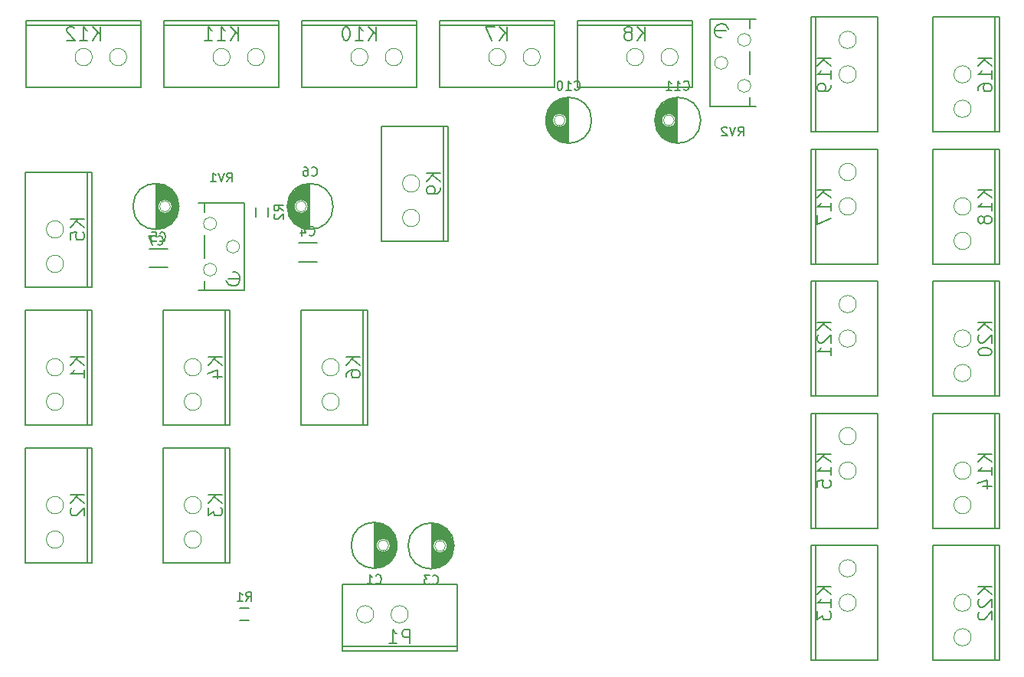
<source format=gbr>
G04 #@! TF.FileFunction,Legend,Bot*
%FSLAX46Y46*%
G04 Gerber Fmt 4.6, Leading zero omitted, Abs format (unit mm)*
G04 Created by KiCad (PCBNEW 4.0.4-stable) date Mon Oct  3 10:35:52 2016*
%MOMM*%
%LPD*%
G01*
G04 APERTURE LIST*
%ADD10C,0.100000*%
%ADD11C,0.150000*%
G04 APERTURE END LIST*
D10*
D11*
X141092500Y-117751500D02*
X141092500Y-112753500D01*
X141232500Y-117743500D02*
X141232500Y-115406500D01*
X141232500Y-115098500D02*
X141232500Y-112761500D01*
X141372500Y-117727500D02*
X141372500Y-115725500D01*
X141372500Y-114779500D02*
X141372500Y-112777500D01*
X141512500Y-117703500D02*
X141512500Y-115872500D01*
X141512500Y-114632500D02*
X141512500Y-112801500D01*
X141652500Y-117670500D02*
X141652500Y-115964500D01*
X141652500Y-114540500D02*
X141652500Y-112834500D01*
X141792500Y-117629500D02*
X141792500Y-116020500D01*
X141792500Y-114484500D02*
X141792500Y-112875500D01*
X141932500Y-117579500D02*
X141932500Y-116047500D01*
X141932500Y-114457500D02*
X141932500Y-112925500D01*
X142072500Y-117518500D02*
X142072500Y-116050500D01*
X142072500Y-114454500D02*
X142072500Y-112986500D01*
X142212500Y-117448500D02*
X142212500Y-116028500D01*
X142212500Y-114476500D02*
X142212500Y-113056500D01*
X142352500Y-117366500D02*
X142352500Y-115978500D01*
X142352500Y-114526500D02*
X142352500Y-113138500D01*
X142492500Y-117271500D02*
X142492500Y-115896500D01*
X142492500Y-114608500D02*
X142492500Y-113233500D01*
X142632500Y-117160500D02*
X142632500Y-115764500D01*
X142632500Y-114740500D02*
X142632500Y-113344500D01*
X142772500Y-117032500D02*
X142772500Y-115517500D01*
X142772500Y-114987500D02*
X142772500Y-113472500D01*
X142912500Y-116883500D02*
X142912500Y-113621500D01*
X143052500Y-116704500D02*
X143052500Y-113800500D01*
X143192500Y-116485500D02*
X143192500Y-114019500D01*
X143332500Y-116196500D02*
X143332500Y-114308500D01*
X143472500Y-115724500D02*
X143472500Y-114780500D01*
X142817500Y-115252500D02*
G75*
G03X142817500Y-115252500I-800000J0D01*
G01*
X143555000Y-115252500D02*
G75*
G03X143555000Y-115252500I-2537500J0D01*
G01*
X147379000Y-117815000D02*
X147379000Y-112817000D01*
X147519000Y-117807000D02*
X147519000Y-115470000D01*
X147519000Y-115162000D02*
X147519000Y-112825000D01*
X147659000Y-117791000D02*
X147659000Y-115789000D01*
X147659000Y-114843000D02*
X147659000Y-112841000D01*
X147799000Y-117767000D02*
X147799000Y-115936000D01*
X147799000Y-114696000D02*
X147799000Y-112865000D01*
X147939000Y-117734000D02*
X147939000Y-116028000D01*
X147939000Y-114604000D02*
X147939000Y-112898000D01*
X148079000Y-117693000D02*
X148079000Y-116084000D01*
X148079000Y-114548000D02*
X148079000Y-112939000D01*
X148219000Y-117643000D02*
X148219000Y-116111000D01*
X148219000Y-114521000D02*
X148219000Y-112989000D01*
X148359000Y-117582000D02*
X148359000Y-116114000D01*
X148359000Y-114518000D02*
X148359000Y-113050000D01*
X148499000Y-117512000D02*
X148499000Y-116092000D01*
X148499000Y-114540000D02*
X148499000Y-113120000D01*
X148639000Y-117430000D02*
X148639000Y-116042000D01*
X148639000Y-114590000D02*
X148639000Y-113202000D01*
X148779000Y-117335000D02*
X148779000Y-115960000D01*
X148779000Y-114672000D02*
X148779000Y-113297000D01*
X148919000Y-117224000D02*
X148919000Y-115828000D01*
X148919000Y-114804000D02*
X148919000Y-113408000D01*
X149059000Y-117096000D02*
X149059000Y-115581000D01*
X149059000Y-115051000D02*
X149059000Y-113536000D01*
X149199000Y-116947000D02*
X149199000Y-113685000D01*
X149339000Y-116768000D02*
X149339000Y-113864000D01*
X149479000Y-116549000D02*
X149479000Y-114083000D01*
X149619000Y-116260000D02*
X149619000Y-114372000D01*
X149759000Y-115788000D02*
X149759000Y-114844000D01*
X149104000Y-115316000D02*
G75*
G03X149104000Y-115316000I-800000J0D01*
G01*
X149841500Y-115316000D02*
G75*
G03X149841500Y-115316000I-2537500J0D01*
G01*
X132667500Y-81842500D02*
X134667500Y-81842500D01*
X134667500Y-83892500D02*
X132667500Y-83892500D01*
X116157500Y-82477500D02*
X118157500Y-82477500D01*
X118157500Y-84527500D02*
X116157500Y-84527500D01*
X133862500Y-75288500D02*
X133862500Y-80286500D01*
X133722500Y-75296500D02*
X133722500Y-77633500D01*
X133722500Y-77941500D02*
X133722500Y-80278500D01*
X133582500Y-75312500D02*
X133582500Y-77314500D01*
X133582500Y-78260500D02*
X133582500Y-80262500D01*
X133442500Y-75336500D02*
X133442500Y-77167500D01*
X133442500Y-78407500D02*
X133442500Y-80238500D01*
X133302500Y-75369500D02*
X133302500Y-77075500D01*
X133302500Y-78499500D02*
X133302500Y-80205500D01*
X133162500Y-75410500D02*
X133162500Y-77019500D01*
X133162500Y-78555500D02*
X133162500Y-80164500D01*
X133022500Y-75460500D02*
X133022500Y-76992500D01*
X133022500Y-78582500D02*
X133022500Y-80114500D01*
X132882500Y-75521500D02*
X132882500Y-76989500D01*
X132882500Y-78585500D02*
X132882500Y-80053500D01*
X132742500Y-75591500D02*
X132742500Y-77011500D01*
X132742500Y-78563500D02*
X132742500Y-79983500D01*
X132602500Y-75673500D02*
X132602500Y-77061500D01*
X132602500Y-78513500D02*
X132602500Y-79901500D01*
X132462500Y-75768500D02*
X132462500Y-77143500D01*
X132462500Y-78431500D02*
X132462500Y-79806500D01*
X132322500Y-75879500D02*
X132322500Y-77275500D01*
X132322500Y-78299500D02*
X132322500Y-79695500D01*
X132182500Y-76007500D02*
X132182500Y-77522500D01*
X132182500Y-78052500D02*
X132182500Y-79567500D01*
X132042500Y-76156500D02*
X132042500Y-79418500D01*
X131902500Y-76335500D02*
X131902500Y-79239500D01*
X131762500Y-76554500D02*
X131762500Y-79020500D01*
X131622500Y-76843500D02*
X131622500Y-78731500D01*
X131482500Y-77315500D02*
X131482500Y-78259500D01*
X133737500Y-77787500D02*
G75*
G03X133737500Y-77787500I-800000J0D01*
G01*
X136475000Y-77787500D02*
G75*
G03X136475000Y-77787500I-2537500J0D01*
G01*
X116962500Y-80286500D02*
X116962500Y-75288500D01*
X117102500Y-80278500D02*
X117102500Y-77941500D01*
X117102500Y-77633500D02*
X117102500Y-75296500D01*
X117242500Y-80262500D02*
X117242500Y-78260500D01*
X117242500Y-77314500D02*
X117242500Y-75312500D01*
X117382500Y-80238500D02*
X117382500Y-78407500D01*
X117382500Y-77167500D02*
X117382500Y-75336500D01*
X117522500Y-80205500D02*
X117522500Y-78499500D01*
X117522500Y-77075500D02*
X117522500Y-75369500D01*
X117662500Y-80164500D02*
X117662500Y-78555500D01*
X117662500Y-77019500D02*
X117662500Y-75410500D01*
X117802500Y-80114500D02*
X117802500Y-78582500D01*
X117802500Y-76992500D02*
X117802500Y-75460500D01*
X117942500Y-80053500D02*
X117942500Y-78585500D01*
X117942500Y-76989500D02*
X117942500Y-75521500D01*
X118082500Y-79983500D02*
X118082500Y-78563500D01*
X118082500Y-77011500D02*
X118082500Y-75591500D01*
X118222500Y-79901500D02*
X118222500Y-78513500D01*
X118222500Y-77061500D02*
X118222500Y-75673500D01*
X118362500Y-79806500D02*
X118362500Y-78431500D01*
X118362500Y-77143500D02*
X118362500Y-75768500D01*
X118502500Y-79695500D02*
X118502500Y-78299500D01*
X118502500Y-77275500D02*
X118502500Y-75879500D01*
X118642500Y-79567500D02*
X118642500Y-78052500D01*
X118642500Y-77522500D02*
X118642500Y-76007500D01*
X118782500Y-79418500D02*
X118782500Y-76156500D01*
X118922500Y-79239500D02*
X118922500Y-76335500D01*
X119062500Y-79020500D02*
X119062500Y-76554500D01*
X119202500Y-78731500D02*
X119202500Y-76843500D01*
X119342500Y-78259500D02*
X119342500Y-77315500D01*
X118687500Y-77787500D02*
G75*
G03X118687500Y-77787500I-800000J0D01*
G01*
X119425000Y-77787500D02*
G75*
G03X119425000Y-77787500I-2537500J0D01*
G01*
X162437500Y-65763500D02*
X162437500Y-70761500D01*
X162297500Y-65771500D02*
X162297500Y-68108500D01*
X162297500Y-68416500D02*
X162297500Y-70753500D01*
X162157500Y-65787500D02*
X162157500Y-67789500D01*
X162157500Y-68735500D02*
X162157500Y-70737500D01*
X162017500Y-65811500D02*
X162017500Y-67642500D01*
X162017500Y-68882500D02*
X162017500Y-70713500D01*
X161877500Y-65844500D02*
X161877500Y-67550500D01*
X161877500Y-68974500D02*
X161877500Y-70680500D01*
X161737500Y-65885500D02*
X161737500Y-67494500D01*
X161737500Y-69030500D02*
X161737500Y-70639500D01*
X161597500Y-65935500D02*
X161597500Y-67467500D01*
X161597500Y-69057500D02*
X161597500Y-70589500D01*
X161457500Y-65996500D02*
X161457500Y-67464500D01*
X161457500Y-69060500D02*
X161457500Y-70528500D01*
X161317500Y-66066500D02*
X161317500Y-67486500D01*
X161317500Y-69038500D02*
X161317500Y-70458500D01*
X161177500Y-66148500D02*
X161177500Y-67536500D01*
X161177500Y-68988500D02*
X161177500Y-70376500D01*
X161037500Y-66243500D02*
X161037500Y-67618500D01*
X161037500Y-68906500D02*
X161037500Y-70281500D01*
X160897500Y-66354500D02*
X160897500Y-67750500D01*
X160897500Y-68774500D02*
X160897500Y-70170500D01*
X160757500Y-66482500D02*
X160757500Y-67997500D01*
X160757500Y-68527500D02*
X160757500Y-70042500D01*
X160617500Y-66631500D02*
X160617500Y-69893500D01*
X160477500Y-66810500D02*
X160477500Y-69714500D01*
X160337500Y-67029500D02*
X160337500Y-69495500D01*
X160197500Y-67318500D02*
X160197500Y-69206500D01*
X160057500Y-67790500D02*
X160057500Y-68734500D01*
X162312500Y-68262500D02*
G75*
G03X162312500Y-68262500I-800000J0D01*
G01*
X165050000Y-68262500D02*
G75*
G03X165050000Y-68262500I-2537500J0D01*
G01*
X174502500Y-65763500D02*
X174502500Y-70761500D01*
X174362500Y-65771500D02*
X174362500Y-68108500D01*
X174362500Y-68416500D02*
X174362500Y-70753500D01*
X174222500Y-65787500D02*
X174222500Y-67789500D01*
X174222500Y-68735500D02*
X174222500Y-70737500D01*
X174082500Y-65811500D02*
X174082500Y-67642500D01*
X174082500Y-68882500D02*
X174082500Y-70713500D01*
X173942500Y-65844500D02*
X173942500Y-67550500D01*
X173942500Y-68974500D02*
X173942500Y-70680500D01*
X173802500Y-65885500D02*
X173802500Y-67494500D01*
X173802500Y-69030500D02*
X173802500Y-70639500D01*
X173662500Y-65935500D02*
X173662500Y-67467500D01*
X173662500Y-69057500D02*
X173662500Y-70589500D01*
X173522500Y-65996500D02*
X173522500Y-67464500D01*
X173522500Y-69060500D02*
X173522500Y-70528500D01*
X173382500Y-66066500D02*
X173382500Y-67486500D01*
X173382500Y-69038500D02*
X173382500Y-70458500D01*
X173242500Y-66148500D02*
X173242500Y-67536500D01*
X173242500Y-68988500D02*
X173242500Y-70376500D01*
X173102500Y-66243500D02*
X173102500Y-67618500D01*
X173102500Y-68906500D02*
X173102500Y-70281500D01*
X172962500Y-66354500D02*
X172962500Y-67750500D01*
X172962500Y-68774500D02*
X172962500Y-70170500D01*
X172822500Y-66482500D02*
X172822500Y-67997500D01*
X172822500Y-68527500D02*
X172822500Y-70042500D01*
X172682500Y-66631500D02*
X172682500Y-69893500D01*
X172542500Y-66810500D02*
X172542500Y-69714500D01*
X172402500Y-67029500D02*
X172402500Y-69495500D01*
X172262500Y-67318500D02*
X172262500Y-69206500D01*
X172122500Y-67790500D02*
X172122500Y-68734500D01*
X174377500Y-68262500D02*
G75*
G03X174377500Y-68262500I-800000J0D01*
G01*
X177115000Y-68262500D02*
G75*
G03X177115000Y-68262500I-2537500J0D01*
G01*
X109283500Y-89217500D02*
X109283500Y-101917500D01*
X109791500Y-89217500D02*
X102425500Y-89217500D01*
X109791500Y-101917500D02*
X109791500Y-89217500D01*
X102425500Y-89217500D02*
X102425500Y-101917500D01*
X102425500Y-101917500D02*
X109791500Y-101917500D01*
X109283500Y-104457500D02*
X109283500Y-117157500D01*
X109791500Y-104457500D02*
X102425500Y-104457500D01*
X109791500Y-117157500D02*
X109791500Y-104457500D01*
X102425500Y-104457500D02*
X102425500Y-117157500D01*
X102425500Y-117157500D02*
X109791500Y-117157500D01*
X124523500Y-104457500D02*
X124523500Y-117157500D01*
X125031500Y-104457500D02*
X117665500Y-104457500D01*
X125031500Y-117157500D02*
X125031500Y-104457500D01*
X117665500Y-104457500D02*
X117665500Y-117157500D01*
X117665500Y-117157500D02*
X125031500Y-117157500D01*
X124523500Y-89217500D02*
X124523500Y-101917500D01*
X125031500Y-89217500D02*
X117665500Y-89217500D01*
X125031500Y-101917500D02*
X125031500Y-89217500D01*
X117665500Y-89217500D02*
X117665500Y-101917500D01*
X117665500Y-101917500D02*
X125031500Y-101917500D01*
X109283500Y-73977500D02*
X109283500Y-86677500D01*
X109791500Y-73977500D02*
X102425500Y-73977500D01*
X109791500Y-86677500D02*
X109791500Y-73977500D01*
X102425500Y-73977500D02*
X102425500Y-86677500D01*
X102425500Y-86677500D02*
X109791500Y-86677500D01*
X139763500Y-89217500D02*
X139763500Y-101917500D01*
X140271500Y-89217500D02*
X132905500Y-89217500D01*
X140271500Y-101917500D02*
X140271500Y-89217500D01*
X132905500Y-89217500D02*
X132905500Y-101917500D01*
X132905500Y-101917500D02*
X140271500Y-101917500D01*
X148272500Y-57721500D02*
X160972500Y-57721500D01*
X148272500Y-57213500D02*
X148272500Y-64579500D01*
X160972500Y-57213500D02*
X148272500Y-57213500D01*
X148272500Y-64579500D02*
X160972500Y-64579500D01*
X160972500Y-64579500D02*
X160972500Y-57213500D01*
X163512500Y-57721500D02*
X176212500Y-57721500D01*
X163512500Y-57213500D02*
X163512500Y-64579500D01*
X176212500Y-57213500D02*
X163512500Y-57213500D01*
X163512500Y-64579500D02*
X176212500Y-64579500D01*
X176212500Y-64579500D02*
X176212500Y-57213500D01*
X148653500Y-68897500D02*
X148653500Y-81597500D01*
X149161500Y-68897500D02*
X141795500Y-68897500D01*
X149161500Y-81597500D02*
X149161500Y-68897500D01*
X141795500Y-68897500D02*
X141795500Y-81597500D01*
X141795500Y-81597500D02*
X149161500Y-81597500D01*
X133032500Y-57721500D02*
X145732500Y-57721500D01*
X133032500Y-57213500D02*
X133032500Y-64579500D01*
X145732500Y-57213500D02*
X133032500Y-57213500D01*
X133032500Y-64579500D02*
X145732500Y-64579500D01*
X145732500Y-64579500D02*
X145732500Y-57213500D01*
X117792500Y-57721500D02*
X130492500Y-57721500D01*
X117792500Y-57213500D02*
X117792500Y-64579500D01*
X130492500Y-57213500D02*
X117792500Y-57213500D01*
X117792500Y-64579500D02*
X130492500Y-64579500D01*
X130492500Y-64579500D02*
X130492500Y-57213500D01*
X102552500Y-57721500D02*
X115252500Y-57721500D01*
X102552500Y-57213500D02*
X102552500Y-64579500D01*
X115252500Y-57213500D02*
X102552500Y-57213500D01*
X102552500Y-64579500D02*
X115252500Y-64579500D01*
X115252500Y-64579500D02*
X115252500Y-57213500D01*
X189801500Y-127952500D02*
X189801500Y-115252500D01*
X189293500Y-127952500D02*
X196659500Y-127952500D01*
X189293500Y-115252500D02*
X189293500Y-127952500D01*
X196659500Y-127952500D02*
X196659500Y-115252500D01*
X196659500Y-115252500D02*
X189293500Y-115252500D01*
X209613500Y-100647500D02*
X209613500Y-113347500D01*
X210121500Y-100647500D02*
X202755500Y-100647500D01*
X210121500Y-113347500D02*
X210121500Y-100647500D01*
X202755500Y-100647500D02*
X202755500Y-113347500D01*
X202755500Y-113347500D02*
X210121500Y-113347500D01*
X189801500Y-113347500D02*
X189801500Y-100647500D01*
X189293500Y-113347500D02*
X196659500Y-113347500D01*
X189293500Y-100647500D02*
X189293500Y-113347500D01*
X196659500Y-113347500D02*
X196659500Y-100647500D01*
X196659500Y-100647500D02*
X189293500Y-100647500D01*
X209613500Y-56832500D02*
X209613500Y-69532500D01*
X210121500Y-56832500D02*
X202755500Y-56832500D01*
X210121500Y-69532500D02*
X210121500Y-56832500D01*
X202755500Y-56832500D02*
X202755500Y-69532500D01*
X202755500Y-69532500D02*
X210121500Y-69532500D01*
X189801500Y-84137500D02*
X189801500Y-71437500D01*
X189293500Y-84137500D02*
X196659500Y-84137500D01*
X189293500Y-71437500D02*
X189293500Y-84137500D01*
X196659500Y-84137500D02*
X196659500Y-71437500D01*
X196659500Y-71437500D02*
X189293500Y-71437500D01*
X209613500Y-71437500D02*
X209613500Y-84137500D01*
X210121500Y-71437500D02*
X202755500Y-71437500D01*
X210121500Y-84137500D02*
X210121500Y-71437500D01*
X202755500Y-71437500D02*
X202755500Y-84137500D01*
X202755500Y-84137500D02*
X210121500Y-84137500D01*
X189801500Y-69532500D02*
X189801500Y-56832500D01*
X189293500Y-69532500D02*
X196659500Y-69532500D01*
X189293500Y-56832500D02*
X189293500Y-69532500D01*
X196659500Y-69532500D02*
X196659500Y-56832500D01*
X196659500Y-56832500D02*
X189293500Y-56832500D01*
X209613500Y-86042500D02*
X209613500Y-98742500D01*
X210121500Y-86042500D02*
X202755500Y-86042500D01*
X210121500Y-98742500D02*
X210121500Y-86042500D01*
X202755500Y-86042500D02*
X202755500Y-98742500D01*
X202755500Y-98742500D02*
X210121500Y-98742500D01*
X189801500Y-98742500D02*
X189801500Y-86042500D01*
X189293500Y-98742500D02*
X196659500Y-98742500D01*
X189293500Y-86042500D02*
X189293500Y-98742500D01*
X196659500Y-98742500D02*
X196659500Y-86042500D01*
X196659500Y-86042500D02*
X189293500Y-86042500D01*
X209613500Y-115252500D02*
X209613500Y-127952500D01*
X210121500Y-115252500D02*
X202755500Y-115252500D01*
X210121500Y-127952500D02*
X210121500Y-115252500D01*
X202755500Y-115252500D02*
X202755500Y-127952500D01*
X202755500Y-127952500D02*
X210121500Y-127952500D01*
X150177500Y-126428500D02*
X137477500Y-126428500D01*
X150177500Y-126936500D02*
X150177500Y-119570500D01*
X137477500Y-126936500D02*
X150177500Y-126936500D01*
X150177500Y-119570500D02*
X137477500Y-119570500D01*
X137477500Y-119570500D02*
X137477500Y-126936500D01*
X126182500Y-123547500D02*
X127182500Y-123547500D01*
X127182500Y-122197500D02*
X126182500Y-122197500D01*
X127912500Y-77922500D02*
X127912500Y-78922500D01*
X129262500Y-78922500D02*
X129262500Y-77922500D01*
X122237500Y-86042500D02*
X122237500Y-87058500D01*
X122237500Y-80962500D02*
X122237500Y-83502500D01*
X122237500Y-77406500D02*
X122237500Y-78422500D01*
X126174500Y-85788500D02*
X124904500Y-85788500D01*
X125425200Y-85001100D02*
X125679200Y-85039200D01*
X125679200Y-85039200D02*
X125958600Y-85217000D01*
X125958600Y-85217000D02*
X126174500Y-85534500D01*
X126174500Y-85534500D02*
X126187200Y-85979000D01*
X126187200Y-85979000D02*
X125984000Y-86334600D01*
X125984000Y-86334600D02*
X125691900Y-86512400D01*
X125691900Y-86512400D02*
X125374400Y-86563200D01*
X125374400Y-86563200D02*
X124968000Y-86461600D01*
X124968000Y-86461600D02*
X124714000Y-86118700D01*
X124714000Y-86118700D02*
X124625100Y-85940900D01*
X125412500Y-87058500D02*
X126682500Y-87058500D01*
X126682500Y-87058500D02*
X126682500Y-77406500D01*
X126682500Y-77406500D02*
X121602500Y-77406500D01*
X121602500Y-87058500D02*
X124142500Y-87058500D01*
X124142500Y-87058500D02*
X125412500Y-87058500D01*
X182562500Y-58102500D02*
X182562500Y-57086500D01*
X182562500Y-63182500D02*
X182562500Y-60642500D01*
X182562500Y-66738500D02*
X182562500Y-65722500D01*
X178625500Y-58356500D02*
X179895500Y-58356500D01*
X179374800Y-59143900D02*
X179120800Y-59105800D01*
X179120800Y-59105800D02*
X178841400Y-58928000D01*
X178841400Y-58928000D02*
X178625500Y-58610500D01*
X178625500Y-58610500D02*
X178612800Y-58166000D01*
X178612800Y-58166000D02*
X178816000Y-57810400D01*
X178816000Y-57810400D02*
X179108100Y-57632600D01*
X179108100Y-57632600D02*
X179425600Y-57581800D01*
X179425600Y-57581800D02*
X179832000Y-57683400D01*
X179832000Y-57683400D02*
X180086000Y-58026300D01*
X180086000Y-58026300D02*
X180174900Y-58204100D01*
X179387500Y-57086500D02*
X178117500Y-57086500D01*
X178117500Y-57086500D02*
X178117500Y-66738500D01*
X178117500Y-66738500D02*
X183197500Y-66738500D01*
X183197500Y-57086500D02*
X180657500Y-57086500D01*
X180657500Y-57086500D02*
X179387500Y-57086500D01*
D10*
X142617500Y-115252500D02*
G75*
G03X142617500Y-115252500I-600000J0D01*
G01*
X148904000Y-115316000D02*
G75*
G03X148904000Y-115316000I-600000J0D01*
G01*
X133537500Y-77787500D02*
G75*
G03X133537500Y-77787500I-600000J0D01*
G01*
X118487500Y-77787500D02*
G75*
G03X118487500Y-77787500I-600000J0D01*
G01*
X162112500Y-68262500D02*
G75*
G03X162112500Y-68262500I-600000J0D01*
G01*
X174177500Y-68262500D02*
G75*
G03X174177500Y-68262500I-600000J0D01*
G01*
X106677500Y-99377500D02*
G75*
G03X106677500Y-99377500I-950000J0D01*
G01*
X106677500Y-95567500D02*
G75*
G03X106677500Y-95567500I-950000J0D01*
G01*
X106677500Y-114617500D02*
G75*
G03X106677500Y-114617500I-950000J0D01*
G01*
X106677500Y-110807500D02*
G75*
G03X106677500Y-110807500I-950000J0D01*
G01*
X121917500Y-114617500D02*
G75*
G03X121917500Y-114617500I-950000J0D01*
G01*
X121917500Y-110807500D02*
G75*
G03X121917500Y-110807500I-950000J0D01*
G01*
X121917500Y-99377500D02*
G75*
G03X121917500Y-99377500I-950000J0D01*
G01*
X121917500Y-95567500D02*
G75*
G03X121917500Y-95567500I-950000J0D01*
G01*
X106677500Y-84137500D02*
G75*
G03X106677500Y-84137500I-950000J0D01*
G01*
X106677500Y-80327500D02*
G75*
G03X106677500Y-80327500I-950000J0D01*
G01*
X137157500Y-99377500D02*
G75*
G03X137157500Y-99377500I-950000J0D01*
G01*
X137157500Y-95567500D02*
G75*
G03X137157500Y-95567500I-950000J0D01*
G01*
X159382500Y-61277500D02*
G75*
G03X159382500Y-61277500I-950000J0D01*
G01*
X155572500Y-61277500D02*
G75*
G03X155572500Y-61277500I-950000J0D01*
G01*
X174622500Y-61277500D02*
G75*
G03X174622500Y-61277500I-950000J0D01*
G01*
X170812500Y-61277500D02*
G75*
G03X170812500Y-61277500I-950000J0D01*
G01*
X146047500Y-79057500D02*
G75*
G03X146047500Y-79057500I-950000J0D01*
G01*
X146047500Y-75247500D02*
G75*
G03X146047500Y-75247500I-950000J0D01*
G01*
X144142500Y-61277500D02*
G75*
G03X144142500Y-61277500I-950000J0D01*
G01*
X140332500Y-61277500D02*
G75*
G03X140332500Y-61277500I-950000J0D01*
G01*
X128902500Y-61277500D02*
G75*
G03X128902500Y-61277500I-950000J0D01*
G01*
X125092500Y-61277500D02*
G75*
G03X125092500Y-61277500I-950000J0D01*
G01*
X113662500Y-61277500D02*
G75*
G03X113662500Y-61277500I-950000J0D01*
G01*
X109852500Y-61277500D02*
G75*
G03X109852500Y-61277500I-950000J0D01*
G01*
X194307500Y-117792500D02*
G75*
G03X194307500Y-117792500I-950000J0D01*
G01*
X194307500Y-121602500D02*
G75*
G03X194307500Y-121602500I-950000J0D01*
G01*
X207007500Y-110807500D02*
G75*
G03X207007500Y-110807500I-950000J0D01*
G01*
X207007500Y-106997500D02*
G75*
G03X207007500Y-106997500I-950000J0D01*
G01*
X194307500Y-103187500D02*
G75*
G03X194307500Y-103187500I-950000J0D01*
G01*
X194307500Y-106997500D02*
G75*
G03X194307500Y-106997500I-950000J0D01*
G01*
X207007500Y-66992500D02*
G75*
G03X207007500Y-66992500I-950000J0D01*
G01*
X207007500Y-63182500D02*
G75*
G03X207007500Y-63182500I-950000J0D01*
G01*
X194307500Y-73977500D02*
G75*
G03X194307500Y-73977500I-950000J0D01*
G01*
X194307500Y-77787500D02*
G75*
G03X194307500Y-77787500I-950000J0D01*
G01*
X207007500Y-81597500D02*
G75*
G03X207007500Y-81597500I-950000J0D01*
G01*
X207007500Y-77787500D02*
G75*
G03X207007500Y-77787500I-950000J0D01*
G01*
X194307500Y-59372500D02*
G75*
G03X194307500Y-59372500I-950000J0D01*
G01*
X194307500Y-63182500D02*
G75*
G03X194307500Y-63182500I-950000J0D01*
G01*
X207007500Y-96202500D02*
G75*
G03X207007500Y-96202500I-950000J0D01*
G01*
X207007500Y-92392500D02*
G75*
G03X207007500Y-92392500I-950000J0D01*
G01*
X194307500Y-88582500D02*
G75*
G03X194307500Y-88582500I-950000J0D01*
G01*
X194307500Y-92392500D02*
G75*
G03X194307500Y-92392500I-950000J0D01*
G01*
X207007500Y-125412500D02*
G75*
G03X207007500Y-125412500I-950000J0D01*
G01*
X207007500Y-121602500D02*
G75*
G03X207007500Y-121602500I-950000J0D01*
G01*
X140967500Y-122872500D02*
G75*
G03X140967500Y-122872500I-950000J0D01*
G01*
X144777500Y-122872500D02*
G75*
G03X144777500Y-122872500I-950000J0D01*
G01*
X126124500Y-82232500D02*
G75*
G03X126124500Y-82232500I-712000J0D01*
G01*
X123584500Y-79692500D02*
G75*
G03X123584500Y-79692500I-712000J0D01*
G01*
X123584500Y-84772500D02*
G75*
G03X123584500Y-84772500I-712000J0D01*
G01*
X180099500Y-61912500D02*
G75*
G03X180099500Y-61912500I-712000J0D01*
G01*
X182639500Y-64452500D02*
G75*
G03X182639500Y-64452500I-712000J0D01*
G01*
X182639500Y-59372500D02*
G75*
G03X182639500Y-59372500I-712000J0D01*
G01*
D11*
X141184166Y-119409643D02*
X141231785Y-119457262D01*
X141374642Y-119504881D01*
X141469880Y-119504881D01*
X141612738Y-119457262D01*
X141707976Y-119362024D01*
X141755595Y-119266786D01*
X141803214Y-119076310D01*
X141803214Y-118933452D01*
X141755595Y-118742976D01*
X141707976Y-118647738D01*
X141612738Y-118552500D01*
X141469880Y-118504881D01*
X141374642Y-118504881D01*
X141231785Y-118552500D01*
X141184166Y-118600119D01*
X140231785Y-119504881D02*
X140803214Y-119504881D01*
X140517500Y-119504881D02*
X140517500Y-118504881D01*
X140612738Y-118647738D01*
X140707976Y-118742976D01*
X140803214Y-118790595D01*
X147470666Y-119473143D02*
X147518285Y-119520762D01*
X147661142Y-119568381D01*
X147756380Y-119568381D01*
X147899238Y-119520762D01*
X147994476Y-119425524D01*
X148042095Y-119330286D01*
X148089714Y-119139810D01*
X148089714Y-118996952D01*
X148042095Y-118806476D01*
X147994476Y-118711238D01*
X147899238Y-118616000D01*
X147756380Y-118568381D01*
X147661142Y-118568381D01*
X147518285Y-118616000D01*
X147470666Y-118663619D01*
X147137333Y-118568381D02*
X146518285Y-118568381D01*
X146851619Y-118949333D01*
X146708761Y-118949333D01*
X146613523Y-118996952D01*
X146565904Y-119044571D01*
X146518285Y-119139810D01*
X146518285Y-119377905D01*
X146565904Y-119473143D01*
X146613523Y-119520762D01*
X146708761Y-119568381D01*
X146994476Y-119568381D01*
X147089714Y-119520762D01*
X147137333Y-119473143D01*
X133834166Y-80924643D02*
X133881785Y-80972262D01*
X134024642Y-81019881D01*
X134119880Y-81019881D01*
X134262738Y-80972262D01*
X134357976Y-80877024D01*
X134405595Y-80781786D01*
X134453214Y-80591310D01*
X134453214Y-80448452D01*
X134405595Y-80257976D01*
X134357976Y-80162738D01*
X134262738Y-80067500D01*
X134119880Y-80019881D01*
X134024642Y-80019881D01*
X133881785Y-80067500D01*
X133834166Y-80115119D01*
X132977023Y-80353214D02*
X132977023Y-81019881D01*
X133215119Y-79972262D02*
X133453214Y-80686548D01*
X132834166Y-80686548D01*
X117324166Y-81559643D02*
X117371785Y-81607262D01*
X117514642Y-81654881D01*
X117609880Y-81654881D01*
X117752738Y-81607262D01*
X117847976Y-81512024D01*
X117895595Y-81416786D01*
X117943214Y-81226310D01*
X117943214Y-81083452D01*
X117895595Y-80892976D01*
X117847976Y-80797738D01*
X117752738Y-80702500D01*
X117609880Y-80654881D01*
X117514642Y-80654881D01*
X117371785Y-80702500D01*
X117324166Y-80750119D01*
X116419404Y-80654881D02*
X116895595Y-80654881D01*
X116943214Y-81131071D01*
X116895595Y-81083452D01*
X116800357Y-81035833D01*
X116562261Y-81035833D01*
X116467023Y-81083452D01*
X116419404Y-81131071D01*
X116371785Y-81226310D01*
X116371785Y-81464405D01*
X116419404Y-81559643D01*
X116467023Y-81607262D01*
X116562261Y-81654881D01*
X116800357Y-81654881D01*
X116895595Y-81607262D01*
X116943214Y-81559643D01*
X134104166Y-74344643D02*
X134151785Y-74392262D01*
X134294642Y-74439881D01*
X134389880Y-74439881D01*
X134532738Y-74392262D01*
X134627976Y-74297024D01*
X134675595Y-74201786D01*
X134723214Y-74011310D01*
X134723214Y-73868452D01*
X134675595Y-73677976D01*
X134627976Y-73582738D01*
X134532738Y-73487500D01*
X134389880Y-73439881D01*
X134294642Y-73439881D01*
X134151785Y-73487500D01*
X134104166Y-73535119D01*
X133247023Y-73439881D02*
X133437500Y-73439881D01*
X133532738Y-73487500D01*
X133580357Y-73535119D01*
X133675595Y-73677976D01*
X133723214Y-73868452D01*
X133723214Y-74249405D01*
X133675595Y-74344643D01*
X133627976Y-74392262D01*
X133532738Y-74439881D01*
X133342261Y-74439881D01*
X133247023Y-74392262D01*
X133199404Y-74344643D01*
X133151785Y-74249405D01*
X133151785Y-74011310D01*
X133199404Y-73916071D01*
X133247023Y-73868452D01*
X133342261Y-73820833D01*
X133532738Y-73820833D01*
X133627976Y-73868452D01*
X133675595Y-73916071D01*
X133723214Y-74011310D01*
X117054166Y-81944643D02*
X117101785Y-81992262D01*
X117244642Y-82039881D01*
X117339880Y-82039881D01*
X117482738Y-81992262D01*
X117577976Y-81897024D01*
X117625595Y-81801786D01*
X117673214Y-81611310D01*
X117673214Y-81468452D01*
X117625595Y-81277976D01*
X117577976Y-81182738D01*
X117482738Y-81087500D01*
X117339880Y-81039881D01*
X117244642Y-81039881D01*
X117101785Y-81087500D01*
X117054166Y-81135119D01*
X116720833Y-81039881D02*
X116054166Y-81039881D01*
X116482738Y-82039881D01*
X163155357Y-64819643D02*
X163202976Y-64867262D01*
X163345833Y-64914881D01*
X163441071Y-64914881D01*
X163583929Y-64867262D01*
X163679167Y-64772024D01*
X163726786Y-64676786D01*
X163774405Y-64486310D01*
X163774405Y-64343452D01*
X163726786Y-64152976D01*
X163679167Y-64057738D01*
X163583929Y-63962500D01*
X163441071Y-63914881D01*
X163345833Y-63914881D01*
X163202976Y-63962500D01*
X163155357Y-64010119D01*
X162202976Y-64914881D02*
X162774405Y-64914881D01*
X162488691Y-64914881D02*
X162488691Y-63914881D01*
X162583929Y-64057738D01*
X162679167Y-64152976D01*
X162774405Y-64200595D01*
X161583929Y-63914881D02*
X161488690Y-63914881D01*
X161393452Y-63962500D01*
X161345833Y-64010119D01*
X161298214Y-64105357D01*
X161250595Y-64295833D01*
X161250595Y-64533929D01*
X161298214Y-64724405D01*
X161345833Y-64819643D01*
X161393452Y-64867262D01*
X161488690Y-64914881D01*
X161583929Y-64914881D01*
X161679167Y-64867262D01*
X161726786Y-64819643D01*
X161774405Y-64724405D01*
X161822024Y-64533929D01*
X161822024Y-64295833D01*
X161774405Y-64105357D01*
X161726786Y-64010119D01*
X161679167Y-63962500D01*
X161583929Y-63914881D01*
X175220357Y-64819643D02*
X175267976Y-64867262D01*
X175410833Y-64914881D01*
X175506071Y-64914881D01*
X175648929Y-64867262D01*
X175744167Y-64772024D01*
X175791786Y-64676786D01*
X175839405Y-64486310D01*
X175839405Y-64343452D01*
X175791786Y-64152976D01*
X175744167Y-64057738D01*
X175648929Y-63962500D01*
X175506071Y-63914881D01*
X175410833Y-63914881D01*
X175267976Y-63962500D01*
X175220357Y-64010119D01*
X174267976Y-64914881D02*
X174839405Y-64914881D01*
X174553691Y-64914881D02*
X174553691Y-63914881D01*
X174648929Y-64057738D01*
X174744167Y-64152976D01*
X174839405Y-64200595D01*
X173315595Y-64914881D02*
X173887024Y-64914881D01*
X173601310Y-64914881D02*
X173601310Y-63914881D01*
X173696548Y-64057738D01*
X173791786Y-64152976D01*
X173887024Y-64200595D01*
X108946071Y-94460358D02*
X107446071Y-94460358D01*
X108946071Y-95317501D02*
X108088929Y-94674644D01*
X107446071Y-95317501D02*
X108303214Y-94460358D01*
X108946071Y-96746072D02*
X108946071Y-95888929D01*
X108946071Y-96317501D02*
X107446071Y-96317501D01*
X107660357Y-96174644D01*
X107803214Y-96031786D01*
X107874643Y-95888929D01*
X108946071Y-109700358D02*
X107446071Y-109700358D01*
X108946071Y-110557501D02*
X108088929Y-109914644D01*
X107446071Y-110557501D02*
X108303214Y-109700358D01*
X107588929Y-111128929D02*
X107517500Y-111200358D01*
X107446071Y-111343215D01*
X107446071Y-111700358D01*
X107517500Y-111843215D01*
X107588929Y-111914644D01*
X107731786Y-111986072D01*
X107874643Y-111986072D01*
X108088929Y-111914644D01*
X108946071Y-111057501D01*
X108946071Y-111986072D01*
X124186071Y-109700358D02*
X122686071Y-109700358D01*
X124186071Y-110557501D02*
X123328929Y-109914644D01*
X122686071Y-110557501D02*
X123543214Y-109700358D01*
X122686071Y-111057501D02*
X122686071Y-111986072D01*
X123257500Y-111486072D01*
X123257500Y-111700358D01*
X123328929Y-111843215D01*
X123400357Y-111914644D01*
X123543214Y-111986072D01*
X123900357Y-111986072D01*
X124043214Y-111914644D01*
X124114643Y-111843215D01*
X124186071Y-111700358D01*
X124186071Y-111271786D01*
X124114643Y-111128929D01*
X124043214Y-111057501D01*
X124186071Y-94460358D02*
X122686071Y-94460358D01*
X124186071Y-95317501D02*
X123328929Y-94674644D01*
X122686071Y-95317501D02*
X123543214Y-94460358D01*
X123186071Y-96603215D02*
X124186071Y-96603215D01*
X122614643Y-96246072D02*
X123686071Y-95888929D01*
X123686071Y-96817501D01*
X108946071Y-79220358D02*
X107446071Y-79220358D01*
X108946071Y-80077501D02*
X108088929Y-79434644D01*
X107446071Y-80077501D02*
X108303214Y-79220358D01*
X107446071Y-81434644D02*
X107446071Y-80720358D01*
X108160357Y-80648929D01*
X108088929Y-80720358D01*
X108017500Y-80863215D01*
X108017500Y-81220358D01*
X108088929Y-81363215D01*
X108160357Y-81434644D01*
X108303214Y-81506072D01*
X108660357Y-81506072D01*
X108803214Y-81434644D01*
X108874643Y-81363215D01*
X108946071Y-81220358D01*
X108946071Y-80863215D01*
X108874643Y-80720358D01*
X108803214Y-80648929D01*
X139426071Y-94460358D02*
X137926071Y-94460358D01*
X139426071Y-95317501D02*
X138568929Y-94674644D01*
X137926071Y-95317501D02*
X138783214Y-94460358D01*
X137926071Y-96603215D02*
X137926071Y-96317501D01*
X137997500Y-96174644D01*
X138068929Y-96103215D01*
X138283214Y-95960358D01*
X138568929Y-95888929D01*
X139140357Y-95888929D01*
X139283214Y-95960358D01*
X139354643Y-96031786D01*
X139426071Y-96174644D01*
X139426071Y-96460358D01*
X139354643Y-96603215D01*
X139283214Y-96674644D01*
X139140357Y-96746072D01*
X138783214Y-96746072D01*
X138640357Y-96674644D01*
X138568929Y-96603215D01*
X138497500Y-96460358D01*
X138497500Y-96174644D01*
X138568929Y-96031786D01*
X138640357Y-95960358D01*
X138783214Y-95888929D01*
X155729642Y-59416071D02*
X155729642Y-57916071D01*
X154872499Y-59416071D02*
X155515356Y-58558929D01*
X154872499Y-57916071D02*
X155729642Y-58773214D01*
X154372499Y-57916071D02*
X153372499Y-57916071D01*
X154015356Y-59416071D01*
X170969642Y-59416071D02*
X170969642Y-57916071D01*
X170112499Y-59416071D02*
X170755356Y-58558929D01*
X170112499Y-57916071D02*
X170969642Y-58773214D01*
X169255356Y-58558929D02*
X169398214Y-58487500D01*
X169469642Y-58416071D01*
X169541071Y-58273214D01*
X169541071Y-58201786D01*
X169469642Y-58058929D01*
X169398214Y-57987500D01*
X169255356Y-57916071D01*
X168969642Y-57916071D01*
X168826785Y-57987500D01*
X168755356Y-58058929D01*
X168683928Y-58201786D01*
X168683928Y-58273214D01*
X168755356Y-58416071D01*
X168826785Y-58487500D01*
X168969642Y-58558929D01*
X169255356Y-58558929D01*
X169398214Y-58630357D01*
X169469642Y-58701786D01*
X169541071Y-58844643D01*
X169541071Y-59130357D01*
X169469642Y-59273214D01*
X169398214Y-59344643D01*
X169255356Y-59416071D01*
X168969642Y-59416071D01*
X168826785Y-59344643D01*
X168755356Y-59273214D01*
X168683928Y-59130357D01*
X168683928Y-58844643D01*
X168755356Y-58701786D01*
X168826785Y-58630357D01*
X168969642Y-58558929D01*
X148316071Y-74140358D02*
X146816071Y-74140358D01*
X148316071Y-74997501D02*
X147458929Y-74354644D01*
X146816071Y-74997501D02*
X147673214Y-74140358D01*
X148316071Y-75711786D02*
X148316071Y-75997501D01*
X148244643Y-76140358D01*
X148173214Y-76211786D01*
X147958929Y-76354644D01*
X147673214Y-76426072D01*
X147101786Y-76426072D01*
X146958929Y-76354644D01*
X146887500Y-76283215D01*
X146816071Y-76140358D01*
X146816071Y-75854644D01*
X146887500Y-75711786D01*
X146958929Y-75640358D01*
X147101786Y-75568929D01*
X147458929Y-75568929D01*
X147601786Y-75640358D01*
X147673214Y-75711786D01*
X147744643Y-75854644D01*
X147744643Y-76140358D01*
X147673214Y-76283215D01*
X147601786Y-76354644D01*
X147458929Y-76426072D01*
X141203928Y-59416071D02*
X141203928Y-57916071D01*
X140346785Y-59416071D02*
X140989642Y-58558929D01*
X140346785Y-57916071D02*
X141203928Y-58773214D01*
X138918214Y-59416071D02*
X139775357Y-59416071D01*
X139346785Y-59416071D02*
X139346785Y-57916071D01*
X139489642Y-58130357D01*
X139632500Y-58273214D01*
X139775357Y-58344643D01*
X137989643Y-57916071D02*
X137846786Y-57916071D01*
X137703929Y-57987500D01*
X137632500Y-58058929D01*
X137561071Y-58201786D01*
X137489643Y-58487500D01*
X137489643Y-58844643D01*
X137561071Y-59130357D01*
X137632500Y-59273214D01*
X137703929Y-59344643D01*
X137846786Y-59416071D01*
X137989643Y-59416071D01*
X138132500Y-59344643D01*
X138203929Y-59273214D01*
X138275357Y-59130357D01*
X138346786Y-58844643D01*
X138346786Y-58487500D01*
X138275357Y-58201786D01*
X138203929Y-58058929D01*
X138132500Y-57987500D01*
X137989643Y-57916071D01*
X125963928Y-59416071D02*
X125963928Y-57916071D01*
X125106785Y-59416071D02*
X125749642Y-58558929D01*
X125106785Y-57916071D02*
X125963928Y-58773214D01*
X123678214Y-59416071D02*
X124535357Y-59416071D01*
X124106785Y-59416071D02*
X124106785Y-57916071D01*
X124249642Y-58130357D01*
X124392500Y-58273214D01*
X124535357Y-58344643D01*
X122249643Y-59416071D02*
X123106786Y-59416071D01*
X122678214Y-59416071D02*
X122678214Y-57916071D01*
X122821071Y-58130357D01*
X122963929Y-58273214D01*
X123106786Y-58344643D01*
X110723928Y-59416071D02*
X110723928Y-57916071D01*
X109866785Y-59416071D02*
X110509642Y-58558929D01*
X109866785Y-57916071D02*
X110723928Y-58773214D01*
X108438214Y-59416071D02*
X109295357Y-59416071D01*
X108866785Y-59416071D02*
X108866785Y-57916071D01*
X109009642Y-58130357D01*
X109152500Y-58273214D01*
X109295357Y-58344643D01*
X107866786Y-58058929D02*
X107795357Y-57987500D01*
X107652500Y-57916071D01*
X107295357Y-57916071D01*
X107152500Y-57987500D01*
X107081071Y-58058929D01*
X107009643Y-58201786D01*
X107009643Y-58344643D01*
X107081071Y-58558929D01*
X107938214Y-59416071D01*
X107009643Y-59416071D01*
X191496071Y-119781072D02*
X189996071Y-119781072D01*
X191496071Y-120638215D02*
X190638929Y-119995358D01*
X189996071Y-120638215D02*
X190853214Y-119781072D01*
X191496071Y-122066786D02*
X191496071Y-121209643D01*
X191496071Y-121638215D02*
X189996071Y-121638215D01*
X190210357Y-121495358D01*
X190353214Y-121352500D01*
X190424643Y-121209643D01*
X189996071Y-122566786D02*
X189996071Y-123495357D01*
X190567500Y-122995357D01*
X190567500Y-123209643D01*
X190638929Y-123352500D01*
X190710357Y-123423929D01*
X190853214Y-123495357D01*
X191210357Y-123495357D01*
X191353214Y-123423929D01*
X191424643Y-123352500D01*
X191496071Y-123209643D01*
X191496071Y-122781071D01*
X191424643Y-122638214D01*
X191353214Y-122566786D01*
X209276071Y-105176072D02*
X207776071Y-105176072D01*
X209276071Y-106033215D02*
X208418929Y-105390358D01*
X207776071Y-106033215D02*
X208633214Y-105176072D01*
X209276071Y-107461786D02*
X209276071Y-106604643D01*
X209276071Y-107033215D02*
X207776071Y-107033215D01*
X207990357Y-106890358D01*
X208133214Y-106747500D01*
X208204643Y-106604643D01*
X208276071Y-108747500D02*
X209276071Y-108747500D01*
X207704643Y-108390357D02*
X208776071Y-108033214D01*
X208776071Y-108961786D01*
X191496071Y-105176072D02*
X189996071Y-105176072D01*
X191496071Y-106033215D02*
X190638929Y-105390358D01*
X189996071Y-106033215D02*
X190853214Y-105176072D01*
X191496071Y-107461786D02*
X191496071Y-106604643D01*
X191496071Y-107033215D02*
X189996071Y-107033215D01*
X190210357Y-106890358D01*
X190353214Y-106747500D01*
X190424643Y-106604643D01*
X189996071Y-108818929D02*
X189996071Y-108104643D01*
X190710357Y-108033214D01*
X190638929Y-108104643D01*
X190567500Y-108247500D01*
X190567500Y-108604643D01*
X190638929Y-108747500D01*
X190710357Y-108818929D01*
X190853214Y-108890357D01*
X191210357Y-108890357D01*
X191353214Y-108818929D01*
X191424643Y-108747500D01*
X191496071Y-108604643D01*
X191496071Y-108247500D01*
X191424643Y-108104643D01*
X191353214Y-108033214D01*
X209276071Y-61361072D02*
X207776071Y-61361072D01*
X209276071Y-62218215D02*
X208418929Y-61575358D01*
X207776071Y-62218215D02*
X208633214Y-61361072D01*
X209276071Y-63646786D02*
X209276071Y-62789643D01*
X209276071Y-63218215D02*
X207776071Y-63218215D01*
X207990357Y-63075358D01*
X208133214Y-62932500D01*
X208204643Y-62789643D01*
X207776071Y-64932500D02*
X207776071Y-64646786D01*
X207847500Y-64503929D01*
X207918929Y-64432500D01*
X208133214Y-64289643D01*
X208418929Y-64218214D01*
X208990357Y-64218214D01*
X209133214Y-64289643D01*
X209204643Y-64361071D01*
X209276071Y-64503929D01*
X209276071Y-64789643D01*
X209204643Y-64932500D01*
X209133214Y-65003929D01*
X208990357Y-65075357D01*
X208633214Y-65075357D01*
X208490357Y-65003929D01*
X208418929Y-64932500D01*
X208347500Y-64789643D01*
X208347500Y-64503929D01*
X208418929Y-64361071D01*
X208490357Y-64289643D01*
X208633214Y-64218214D01*
X191496071Y-75966072D02*
X189996071Y-75966072D01*
X191496071Y-76823215D02*
X190638929Y-76180358D01*
X189996071Y-76823215D02*
X190853214Y-75966072D01*
X191496071Y-78251786D02*
X191496071Y-77394643D01*
X191496071Y-77823215D02*
X189996071Y-77823215D01*
X190210357Y-77680358D01*
X190353214Y-77537500D01*
X190424643Y-77394643D01*
X189996071Y-78751786D02*
X189996071Y-79751786D01*
X191496071Y-79108929D01*
X209276071Y-75966072D02*
X207776071Y-75966072D01*
X209276071Y-76823215D02*
X208418929Y-76180358D01*
X207776071Y-76823215D02*
X208633214Y-75966072D01*
X209276071Y-78251786D02*
X209276071Y-77394643D01*
X209276071Y-77823215D02*
X207776071Y-77823215D01*
X207990357Y-77680358D01*
X208133214Y-77537500D01*
X208204643Y-77394643D01*
X208418929Y-79108929D02*
X208347500Y-78966071D01*
X208276071Y-78894643D01*
X208133214Y-78823214D01*
X208061786Y-78823214D01*
X207918929Y-78894643D01*
X207847500Y-78966071D01*
X207776071Y-79108929D01*
X207776071Y-79394643D01*
X207847500Y-79537500D01*
X207918929Y-79608929D01*
X208061786Y-79680357D01*
X208133214Y-79680357D01*
X208276071Y-79608929D01*
X208347500Y-79537500D01*
X208418929Y-79394643D01*
X208418929Y-79108929D01*
X208490357Y-78966071D01*
X208561786Y-78894643D01*
X208704643Y-78823214D01*
X208990357Y-78823214D01*
X209133214Y-78894643D01*
X209204643Y-78966071D01*
X209276071Y-79108929D01*
X209276071Y-79394643D01*
X209204643Y-79537500D01*
X209133214Y-79608929D01*
X208990357Y-79680357D01*
X208704643Y-79680357D01*
X208561786Y-79608929D01*
X208490357Y-79537500D01*
X208418929Y-79394643D01*
X191496071Y-61361072D02*
X189996071Y-61361072D01*
X191496071Y-62218215D02*
X190638929Y-61575358D01*
X189996071Y-62218215D02*
X190853214Y-61361072D01*
X191496071Y-63646786D02*
X191496071Y-62789643D01*
X191496071Y-63218215D02*
X189996071Y-63218215D01*
X190210357Y-63075358D01*
X190353214Y-62932500D01*
X190424643Y-62789643D01*
X191496071Y-64361071D02*
X191496071Y-64646786D01*
X191424643Y-64789643D01*
X191353214Y-64861071D01*
X191138929Y-65003929D01*
X190853214Y-65075357D01*
X190281786Y-65075357D01*
X190138929Y-65003929D01*
X190067500Y-64932500D01*
X189996071Y-64789643D01*
X189996071Y-64503929D01*
X190067500Y-64361071D01*
X190138929Y-64289643D01*
X190281786Y-64218214D01*
X190638929Y-64218214D01*
X190781786Y-64289643D01*
X190853214Y-64361071D01*
X190924643Y-64503929D01*
X190924643Y-64789643D01*
X190853214Y-64932500D01*
X190781786Y-65003929D01*
X190638929Y-65075357D01*
X209276071Y-90571072D02*
X207776071Y-90571072D01*
X209276071Y-91428215D02*
X208418929Y-90785358D01*
X207776071Y-91428215D02*
X208633214Y-90571072D01*
X207918929Y-91999643D02*
X207847500Y-92071072D01*
X207776071Y-92213929D01*
X207776071Y-92571072D01*
X207847500Y-92713929D01*
X207918929Y-92785358D01*
X208061786Y-92856786D01*
X208204643Y-92856786D01*
X208418929Y-92785358D01*
X209276071Y-91928215D01*
X209276071Y-92856786D01*
X207776071Y-93785357D02*
X207776071Y-93928214D01*
X207847500Y-94071071D01*
X207918929Y-94142500D01*
X208061786Y-94213929D01*
X208347500Y-94285357D01*
X208704643Y-94285357D01*
X208990357Y-94213929D01*
X209133214Y-94142500D01*
X209204643Y-94071071D01*
X209276071Y-93928214D01*
X209276071Y-93785357D01*
X209204643Y-93642500D01*
X209133214Y-93571071D01*
X208990357Y-93499643D01*
X208704643Y-93428214D01*
X208347500Y-93428214D01*
X208061786Y-93499643D01*
X207918929Y-93571071D01*
X207847500Y-93642500D01*
X207776071Y-93785357D01*
X191496071Y-90571072D02*
X189996071Y-90571072D01*
X191496071Y-91428215D02*
X190638929Y-90785358D01*
X189996071Y-91428215D02*
X190853214Y-90571072D01*
X190138929Y-91999643D02*
X190067500Y-92071072D01*
X189996071Y-92213929D01*
X189996071Y-92571072D01*
X190067500Y-92713929D01*
X190138929Y-92785358D01*
X190281786Y-92856786D01*
X190424643Y-92856786D01*
X190638929Y-92785358D01*
X191496071Y-91928215D01*
X191496071Y-92856786D01*
X191496071Y-94285357D02*
X191496071Y-93428214D01*
X191496071Y-93856786D02*
X189996071Y-93856786D01*
X190210357Y-93713929D01*
X190353214Y-93571071D01*
X190424643Y-93428214D01*
X209276071Y-119781072D02*
X207776071Y-119781072D01*
X209276071Y-120638215D02*
X208418929Y-119995358D01*
X207776071Y-120638215D02*
X208633214Y-119781072D01*
X207918929Y-121209643D02*
X207847500Y-121281072D01*
X207776071Y-121423929D01*
X207776071Y-121781072D01*
X207847500Y-121923929D01*
X207918929Y-121995358D01*
X208061786Y-122066786D01*
X208204643Y-122066786D01*
X208418929Y-121995358D01*
X209276071Y-121138215D01*
X209276071Y-122066786D01*
X207918929Y-122638214D02*
X207847500Y-122709643D01*
X207776071Y-122852500D01*
X207776071Y-123209643D01*
X207847500Y-123352500D01*
X207918929Y-123423929D01*
X208061786Y-123495357D01*
X208204643Y-123495357D01*
X208418929Y-123423929D01*
X209276071Y-122566786D01*
X209276071Y-123495357D01*
X144934642Y-126091071D02*
X144934642Y-124591071D01*
X144363214Y-124591071D01*
X144220356Y-124662500D01*
X144148928Y-124733929D01*
X144077499Y-124876786D01*
X144077499Y-125091071D01*
X144148928Y-125233929D01*
X144220356Y-125305357D01*
X144363214Y-125376786D01*
X144934642Y-125376786D01*
X142648928Y-126091071D02*
X143506071Y-126091071D01*
X143077499Y-126091071D02*
X143077499Y-124591071D01*
X143220356Y-124805357D01*
X143363214Y-124948214D01*
X143506071Y-125019643D01*
X126849166Y-121424881D02*
X127182500Y-120948690D01*
X127420595Y-121424881D02*
X127420595Y-120424881D01*
X127039642Y-120424881D01*
X126944404Y-120472500D01*
X126896785Y-120520119D01*
X126849166Y-120615357D01*
X126849166Y-120758214D01*
X126896785Y-120853452D01*
X126944404Y-120901071D01*
X127039642Y-120948690D01*
X127420595Y-120948690D01*
X125896785Y-121424881D02*
X126468214Y-121424881D01*
X126182500Y-121424881D02*
X126182500Y-120424881D01*
X126277738Y-120567738D01*
X126372976Y-120662976D01*
X126468214Y-120710595D01*
X130939881Y-78255834D02*
X130463690Y-77922500D01*
X130939881Y-77684405D02*
X129939881Y-77684405D01*
X129939881Y-78065358D01*
X129987500Y-78160596D01*
X130035119Y-78208215D01*
X130130357Y-78255834D01*
X130273214Y-78255834D01*
X130368452Y-78208215D01*
X130416071Y-78160596D01*
X130463690Y-78065358D01*
X130463690Y-77684405D01*
X130035119Y-78636786D02*
X129987500Y-78684405D01*
X129939881Y-78779643D01*
X129939881Y-79017739D01*
X129987500Y-79112977D01*
X130035119Y-79160596D01*
X130130357Y-79208215D01*
X130225595Y-79208215D01*
X130368452Y-79160596D01*
X130939881Y-78589167D01*
X130939881Y-79208215D01*
X124737738Y-75064881D02*
X125071072Y-74588690D01*
X125309167Y-75064881D02*
X125309167Y-74064881D01*
X124928214Y-74064881D01*
X124832976Y-74112500D01*
X124785357Y-74160119D01*
X124737738Y-74255357D01*
X124737738Y-74398214D01*
X124785357Y-74493452D01*
X124832976Y-74541071D01*
X124928214Y-74588690D01*
X125309167Y-74588690D01*
X124452024Y-74064881D02*
X124118691Y-75064881D01*
X123785357Y-74064881D01*
X122928214Y-75064881D02*
X123499643Y-75064881D01*
X123213929Y-75064881D02*
X123213929Y-74064881D01*
X123309167Y-74207738D01*
X123404405Y-74302976D01*
X123499643Y-74350595D01*
X181252738Y-69984881D02*
X181586072Y-69508690D01*
X181824167Y-69984881D02*
X181824167Y-68984881D01*
X181443214Y-68984881D01*
X181347976Y-69032500D01*
X181300357Y-69080119D01*
X181252738Y-69175357D01*
X181252738Y-69318214D01*
X181300357Y-69413452D01*
X181347976Y-69461071D01*
X181443214Y-69508690D01*
X181824167Y-69508690D01*
X180967024Y-68984881D02*
X180633691Y-69984881D01*
X180300357Y-68984881D01*
X180014643Y-69080119D02*
X179967024Y-69032500D01*
X179871786Y-68984881D01*
X179633690Y-68984881D01*
X179538452Y-69032500D01*
X179490833Y-69080119D01*
X179443214Y-69175357D01*
X179443214Y-69270595D01*
X179490833Y-69413452D01*
X180062262Y-69984881D01*
X179443214Y-69984881D01*
M02*

</source>
